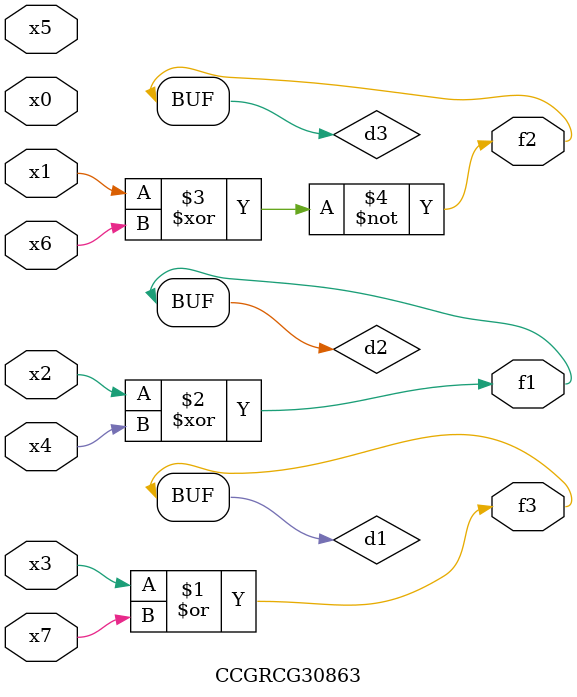
<source format=v>
module CCGRCG30863(
	input x0, x1, x2, x3, x4, x5, x6, x7,
	output f1, f2, f3
);

	wire d1, d2, d3;

	or (d1, x3, x7);
	xor (d2, x2, x4);
	xnor (d3, x1, x6);
	assign f1 = d2;
	assign f2 = d3;
	assign f3 = d1;
endmodule

</source>
